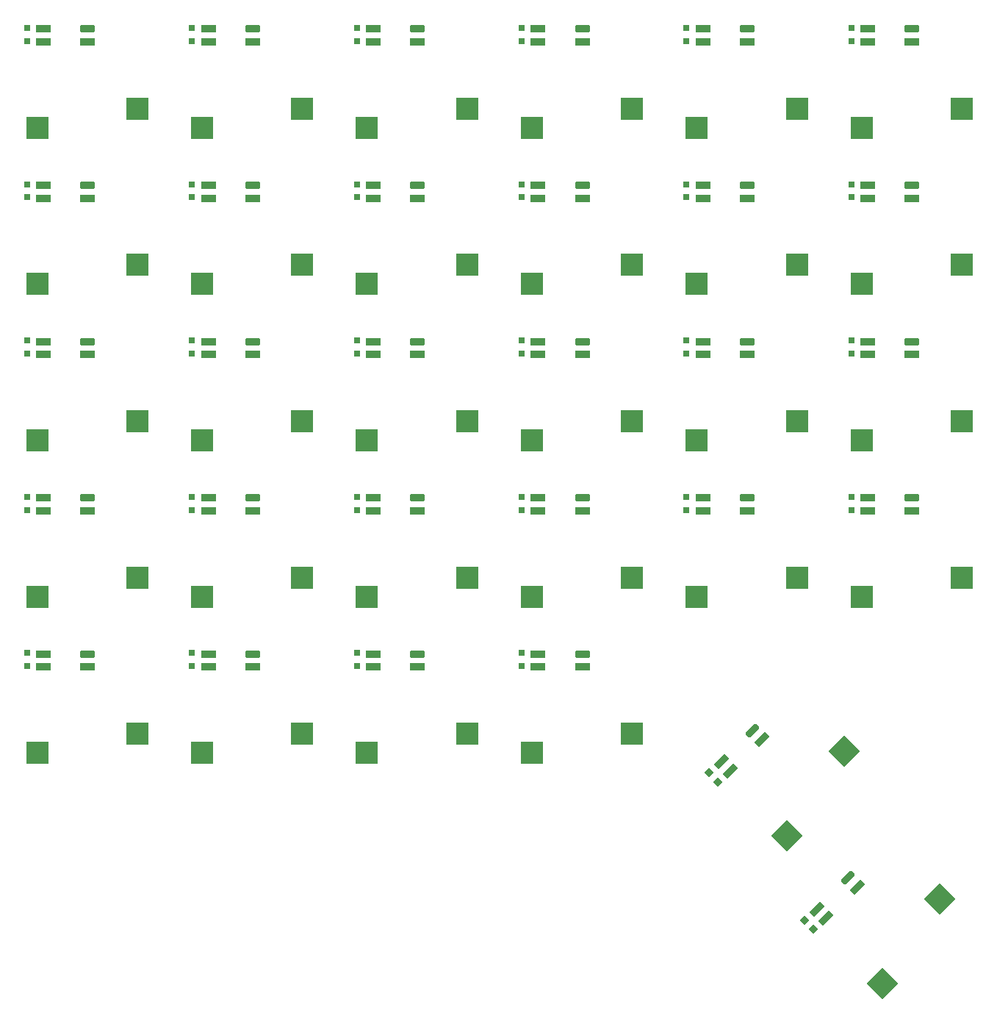
<source format=gbr>
%TF.GenerationSoftware,KiCad,Pcbnew,(6.0.2)*%
%TF.CreationDate,2022-04-13T18:01:38+02:00*%
%TF.ProjectId,SPKB,53504b42-2e6b-4696-9361-645f70636258,rev?*%
%TF.SameCoordinates,Original*%
%TF.FileFunction,Paste,Top*%
%TF.FilePolarity,Positive*%
%FSLAX46Y46*%
G04 Gerber Fmt 4.6, Leading zero omitted, Abs format (unit mm)*
G04 Created by KiCad (PCBNEW (6.0.2)) date 2022-04-13 18:01:38*
%MOMM*%
%LPD*%
G01*
G04 APERTURE LIST*
G04 Aperture macros list*
%AMRoundRect*
0 Rectangle with rounded corners*
0 $1 Rounding radius*
0 $2 $3 $4 $5 $6 $7 $8 $9 X,Y pos of 4 corners*
0 Add a 4 corners polygon primitive as box body*
4,1,4,$2,$3,$4,$5,$6,$7,$8,$9,$2,$3,0*
0 Add four circle primitives for the rounded corners*
1,1,$1+$1,$2,$3*
1,1,$1+$1,$4,$5*
1,1,$1+$1,$6,$7*
1,1,$1+$1,$8,$9*
0 Add four rect primitives between the rounded corners*
20,1,$1+$1,$2,$3,$4,$5,0*
20,1,$1+$1,$4,$5,$6,$7,0*
20,1,$1+$1,$6,$7,$8,$9,0*
20,1,$1+$1,$8,$9,$2,$3,0*%
%AMRotRect*
0 Rectangle, with rotation*
0 The origin of the aperture is its center*
0 $1 length*
0 $2 width*
0 $3 Rotation angle, in degrees counterclockwise*
0 Add horizontal line*
21,1,$1,$2,0,0,$3*%
G04 Aperture macros list end*
%ADD10R,2.600000X2.600000*%
%ADD11RoundRect,0.205000X-0.645000X-0.205000X0.645000X-0.205000X0.645000X0.205000X-0.645000X0.205000X0*%
%ADD12R,1.700000X0.820000*%
%ADD13R,0.750000X0.800000*%
%ADD14RotRect,2.600000X2.600000X45.000000*%
%ADD15RoundRect,0.205000X-0.311127X-0.601041X0.601041X0.311127X0.311127X0.601041X-0.601041X-0.311127X0*%
%ADD16RotRect,0.800000X0.750000X315.000000*%
%ADD17RotRect,1.700000X0.820000X45.000000*%
G04 APERTURE END LIST*
D10*
%TO.C,SW20*%
X92725000Y-60950000D03*
X104275000Y-58750000D03*
D11*
X98550000Y-49560000D03*
D12*
X98550000Y-51060000D03*
D13*
X91550000Y-50950000D03*
D12*
X93450000Y-51060000D03*
X93450000Y-49560000D03*
D13*
X91550000Y-49450000D03*
%TD*%
D10*
%TO.C,SW22*%
X92725000Y-96950000D03*
X104275000Y-94750000D03*
D11*
X98550000Y-85560000D03*
D12*
X98550000Y-87060000D03*
D13*
X91550000Y-86950000D03*
D12*
X93450000Y-87060000D03*
X93450000Y-85560000D03*
D13*
X91550000Y-85450000D03*
%TD*%
D10*
%TO.C,SW0*%
X130725000Y-60950000D03*
X142275000Y-58750000D03*
D11*
X136550000Y-49560000D03*
D12*
X136550000Y-51060000D03*
D13*
X129550000Y-50950000D03*
D12*
X131450000Y-51060000D03*
X131450000Y-49560000D03*
D13*
X129550000Y-49450000D03*
%TD*%
D10*
%TO.C,SW21*%
X92725000Y-78950000D03*
X104275000Y-76750000D03*
D11*
X98550000Y-67560000D03*
D13*
X91550000Y-68950000D03*
D12*
X98550000Y-69060000D03*
X93450000Y-69060000D03*
X93450000Y-67560000D03*
D13*
X91550000Y-67450000D03*
%TD*%
D10*
%TO.C,SW52*%
X35725000Y-96950000D03*
X47275000Y-94750000D03*
D11*
X41550000Y-85560000D03*
D13*
X34550000Y-86950000D03*
D12*
X41550000Y-87060000D03*
X36450000Y-87060000D03*
D13*
X34550000Y-85450000D03*
D12*
X36450000Y-85560000D03*
%TD*%
D10*
%TO.C,SW54*%
X35725000Y-132950000D03*
X47275000Y-130750000D03*
D11*
X41550000Y-121560000D03*
D12*
X41550000Y-123060000D03*
D13*
X34550000Y-122950000D03*
D12*
X36450000Y-123060000D03*
X36450000Y-121560000D03*
D13*
X34550000Y-121450000D03*
%TD*%
D10*
%TO.C,SW34*%
X73725000Y-132950000D03*
X85275000Y-130750000D03*
D11*
X79550000Y-121560000D03*
D13*
X72550000Y-122950000D03*
D12*
X79550000Y-123060000D03*
X74450000Y-123060000D03*
X74450000Y-121560000D03*
D13*
X72550000Y-121450000D03*
%TD*%
D10*
%TO.C,SW50*%
X35725000Y-60950000D03*
X47275000Y-58750000D03*
D11*
X41550000Y-49560000D03*
D13*
X34550000Y-50950000D03*
D12*
X41550000Y-51060000D03*
X36450000Y-51060000D03*
D13*
X34550000Y-49450000D03*
D12*
X36450000Y-49560000D03*
%TD*%
D10*
%TO.C,SW13*%
X111725000Y-114950000D03*
X123275000Y-112750000D03*
D11*
X117550000Y-103560000D03*
D12*
X117550000Y-105060000D03*
D13*
X110550000Y-104950000D03*
D12*
X112450000Y-105060000D03*
X112450000Y-103560000D03*
D13*
X110550000Y-103450000D03*
%TD*%
D10*
%TO.C,SW32*%
X73725000Y-96950000D03*
X85275000Y-94750000D03*
D11*
X79550000Y-85560000D03*
D13*
X72550000Y-86950000D03*
D12*
X79550000Y-87060000D03*
X74450000Y-87060000D03*
X74450000Y-85560000D03*
D13*
X72550000Y-85450000D03*
%TD*%
D10*
%TO.C,SW41*%
X54725000Y-78950000D03*
X66275000Y-76750000D03*
D11*
X60550000Y-67560000D03*
D12*
X60550000Y-69060000D03*
D13*
X53550000Y-68950000D03*
D12*
X55450000Y-69060000D03*
D13*
X53550000Y-67450000D03*
D12*
X55450000Y-67560000D03*
%TD*%
D10*
%TO.C,SW44*%
X54725000Y-132950000D03*
X66275000Y-130750000D03*
D11*
X60550000Y-121560000D03*
D12*
X60550000Y-123060000D03*
D13*
X53550000Y-122950000D03*
D12*
X55450000Y-123060000D03*
D13*
X53550000Y-121450000D03*
D12*
X55450000Y-121560000D03*
%TD*%
D10*
%TO.C,SW11*%
X111725000Y-78950000D03*
X123275000Y-76750000D03*
D11*
X117550000Y-67560000D03*
D12*
X117550000Y-69060000D03*
D13*
X110550000Y-68950000D03*
D12*
X112450000Y-69060000D03*
D13*
X110550000Y-67450000D03*
D12*
X112450000Y-67560000D03*
%TD*%
D10*
%TO.C,SW42*%
X54725000Y-96950000D03*
X66275000Y-94750000D03*
D11*
X60550000Y-85560000D03*
D12*
X60550000Y-87060000D03*
D13*
X53550000Y-86950000D03*
D12*
X55450000Y-87060000D03*
D13*
X53550000Y-85450000D03*
D12*
X55450000Y-85560000D03*
%TD*%
D10*
%TO.C,SW3*%
X130725000Y-114950000D03*
X142275000Y-112750000D03*
D11*
X136550000Y-103560000D03*
D12*
X136550000Y-105060000D03*
D13*
X129550000Y-104950000D03*
D12*
X131450000Y-105060000D03*
X131450000Y-103560000D03*
D13*
X129550000Y-103450000D03*
%TD*%
D10*
%TO.C,SW24*%
X92725000Y-132950000D03*
X104275000Y-130750000D03*
D11*
X98550000Y-121560000D03*
D13*
X91550000Y-122950000D03*
D12*
X98550000Y-123060000D03*
X93450000Y-123060000D03*
X93450000Y-121560000D03*
D13*
X91550000Y-121450000D03*
%TD*%
D14*
%TO.C,SW14*%
X122091511Y-142523060D03*
X128702959Y-132800342D03*
D15*
X118156461Y-130350217D03*
D16*
X114189592Y-136282843D03*
D17*
X119217122Y-131410877D03*
X115610877Y-135017122D03*
D16*
X113128932Y-135222183D03*
D17*
X114550217Y-133956461D03*
%TD*%
D10*
%TO.C,SW33*%
X73725000Y-114950000D03*
X85275000Y-112750000D03*
D11*
X79550000Y-103560000D03*
D13*
X72550000Y-104950000D03*
D12*
X79550000Y-105060000D03*
X74450000Y-105060000D03*
X74450000Y-103560000D03*
D13*
X72550000Y-103450000D03*
%TD*%
D10*
%TO.C,SW1*%
X130725000Y-78950000D03*
X142275000Y-76750000D03*
D11*
X136550000Y-67560000D03*
D13*
X129550000Y-68950000D03*
D12*
X136550000Y-69060000D03*
X131450000Y-69060000D03*
X131450000Y-67560000D03*
D13*
X129550000Y-67450000D03*
%TD*%
D10*
%TO.C,SW23*%
X92725000Y-114950000D03*
X104275000Y-112750000D03*
D11*
X98550000Y-103560000D03*
D13*
X91550000Y-104950000D03*
D12*
X98550000Y-105060000D03*
X93450000Y-105060000D03*
D13*
X91550000Y-103450000D03*
D12*
X93450000Y-103560000D03*
%TD*%
D10*
%TO.C,SW30*%
X73725000Y-60950000D03*
X85275000Y-58750000D03*
D11*
X79550000Y-49560000D03*
D12*
X79550000Y-51060000D03*
D13*
X72550000Y-50950000D03*
D12*
X74450000Y-51060000D03*
X74450000Y-49560000D03*
D13*
X72550000Y-49450000D03*
%TD*%
D14*
%TO.C,SW4*%
X133091511Y-159523060D03*
X139702959Y-149800342D03*
D15*
X129156461Y-147350217D03*
D16*
X125189592Y-153282843D03*
D17*
X130217122Y-148410877D03*
X126610877Y-152017122D03*
X125550217Y-150956461D03*
D16*
X124128932Y-152222183D03*
%TD*%
D10*
%TO.C,SW43*%
X54725000Y-114950000D03*
X66275000Y-112750000D03*
D11*
X60550000Y-103560000D03*
D12*
X60550000Y-105060000D03*
D13*
X53550000Y-104950000D03*
D12*
X55450000Y-105060000D03*
X55450000Y-103560000D03*
D13*
X53550000Y-103450000D03*
%TD*%
D10*
%TO.C,SW2*%
X130725000Y-96950000D03*
X142275000Y-94750000D03*
D11*
X136550000Y-85560000D03*
D13*
X129550000Y-86950000D03*
D12*
X136550000Y-87060000D03*
X131450000Y-87060000D03*
D13*
X129550000Y-85450000D03*
D12*
X131450000Y-85560000D03*
%TD*%
D10*
%TO.C,SW12*%
X111725000Y-96950000D03*
X123275000Y-94750000D03*
D11*
X117550000Y-85560000D03*
D13*
X110550000Y-86950000D03*
D12*
X117550000Y-87060000D03*
X112450000Y-87060000D03*
D13*
X110550000Y-85450000D03*
D12*
X112450000Y-85560000D03*
%TD*%
D10*
%TO.C,SW31*%
X73725000Y-78950000D03*
X85275000Y-76750000D03*
D11*
X79550000Y-67560000D03*
D13*
X72550000Y-68950000D03*
D12*
X79550000Y-69060000D03*
X74450000Y-69060000D03*
X74450000Y-67560000D03*
D13*
X72550000Y-67450000D03*
%TD*%
D10*
%TO.C,SW51*%
X35725000Y-78950000D03*
X47275000Y-76750000D03*
D11*
X41550000Y-67560000D03*
D13*
X34550000Y-68950000D03*
D12*
X41550000Y-69060000D03*
X36450000Y-69060000D03*
D13*
X34550000Y-67450000D03*
D12*
X36450000Y-67560000D03*
%TD*%
D10*
%TO.C,SW40*%
X54725000Y-60950000D03*
X66275000Y-58750000D03*
D11*
X60550000Y-49560000D03*
D13*
X53550000Y-50950000D03*
D12*
X60550000Y-51060000D03*
X55450000Y-51060000D03*
X55450000Y-49560000D03*
D13*
X53550000Y-49450000D03*
%TD*%
D10*
%TO.C,SW10*%
X111725000Y-60950000D03*
X123275000Y-58750000D03*
D11*
X117550000Y-49560000D03*
D12*
X117550000Y-51060000D03*
D13*
X110550000Y-50950000D03*
D12*
X112450000Y-51060000D03*
D13*
X110550000Y-49450000D03*
D12*
X112450000Y-49560000D03*
%TD*%
D10*
%TO.C,SW53*%
X35725000Y-114950000D03*
X47275000Y-112750000D03*
D11*
X41550000Y-103560000D03*
D12*
X41550000Y-105060000D03*
D13*
X34550000Y-104950000D03*
D12*
X36450000Y-105060000D03*
X36450000Y-103560000D03*
D13*
X34550000Y-103450000D03*
%TD*%
M02*

</source>
